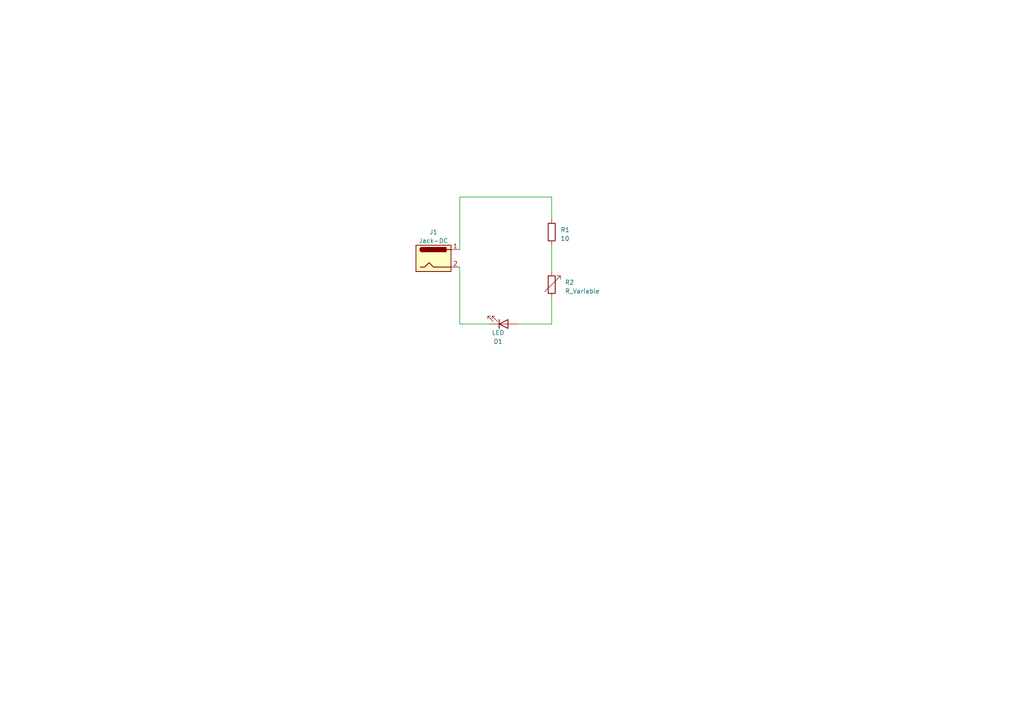
<source format=kicad_sch>
(kicad_sch (version 20230121) (generator eeschema)
  (paper "A4")
  (lib_symbols
    (symbol "Connector:Jack-DC" (pin_names (offset 1.016))
      (property "Reference" "J" (at 0 5.334 0))
      (property "Value" "Jack-DC" (at 0 -5.08 0))
      (symbol "Jack-DC_0_1"
        (rectangle (start -5.08 3.81) (end 5.08 -3.81) (stroke (width 0.254)) (fill (type background)))
        (arc (start -3.302 3.175) (mid -3.9343 2.54) (end -3.302 1.905) (stroke (width 0.254)))
        (arc (start -3.302 3.175) (mid -3.9343 2.54) (end -3.302 1.905) (stroke (width 0.254)) (fill (type outline)))
        (polyline (pts (xy 5.08 2.54) (xy 3.81 2.54)) (stroke (width 0.254)))
        (polyline (pts (xy -3.81 -2.54) (xy -2.54 -2.54) (xy -1.27 -1.27) (xy 0 -2.54) (xy 2.54 -2.54) (xy 5.08 -2.54)) (stroke (width 0.254)))
        (rectangle (start 3.683 3.175) (end -3.302 1.905) (stroke (width 0.254)) (fill (type outline)))
      )
      (symbol "Jack-DC_1_1"
        (pin passive line (at 7.62 2.54 180) (length 2.54) (name "~") (number "1"))
        (pin passive line (at 7.62 -2.54 180) (length 2.54) (name "~") (number "2"))
      )
    )
    (symbol "Device:LED" (pin_numbers hide) (pin_names (offset 1.016) hide)
      (property "Reference" "D" (at 0 2.54 0))
      (property "Value" "LED" (at 0 -2.54 0))
      (symbol "LED_0_1"
        (polyline (pts (xy -1.27 -1.27) (xy -1.27 1.27)) (stroke (width 0.254)))
        (polyline (pts (xy -1.27 0) (xy 1.27 0)))
        (polyline (pts (xy 1.27 -1.27) (xy 1.27 1.27) (xy -1.27 0) (xy 1.27 -1.27)) (stroke (width 0.254)))
        (polyline (pts (xy -3.048 -0.762) (xy -4.572 -2.286) (xy -3.81 -2.286) (xy -4.572 -2.286) (xy -4.572 -1.524)))
        (polyline (pts (xy -1.778 -0.762) (xy -3.302 -2.286) (xy -2.54 -2.286) (xy -3.302 -2.286) (xy -3.302 -1.524)))
      )
      (symbol "LED_1_1"
        (pin passive line (at -3.81 0 0) (length 2.54) (name "K") (number "1"))
        (pin passive line (at 3.81 0 180) (length 2.54) (name "A") (number "2"))
      )
    )
    (symbol "Device:R" (pin_numbers hide) (pin_names (offset 0))
      (property "Reference" "R" (at 2.032 0 90))
      (property "Value" "R" (at 0 0 90))
      (symbol "R_0_1"
        (rectangle (start -1.016 -2.54) (end 1.016 2.54) (stroke (width 0.254)))
      )
      (symbol "R_1_1"
        (pin passive line (at 0 3.81 270) (length 1.27) (name "~") (number "1"))
        (pin passive line (at 0 -3.81 90) (length 1.27) (name "~") (number "2"))
      )
    )
    (symbol "Device:R_Variable" (pin_numbers hide) (pin_names (offset 0))
      (property "Reference" "R" (at 2.54 -2.54 90))
      (property "Value" "R_Variable" (at -2.54 -1.27 90))
      (symbol "R_Variable_0_1"
        (rectangle (start -1.016 -2.54) (end 1.016 2.54) (stroke (width 0.254)))
        (polyline (pts (xy 2.54 1.524) (xy 2.54 2.54) (xy 1.524 2.54) (xy 2.54 2.54) (xy -2.032 -2.032)))
      )
      (symbol "R_Variable_1_1"
        (pin passive line (at 0 3.81 270) (length 1.27) (name "~") (number "1"))
        (pin passive line (at 0 -3.81 90) (length 1.27) (name "~") (number "2"))
      )
    )
  )
  (wire (pts (xy 133.35 72.39) (xy 133.35 57.15)))
  (wire (pts (xy 133.35 77.47) (xy 133.35 93.98)))
  (wire (pts (xy 160.02 93.98) (xy 149.86 93.98)))
  (wire (pts (xy 160.02 71.12) (xy 160.02 78.74)))
  (wire (pts (xy 133.35 57.15) (xy 160.02 57.15)))
  (wire (pts (xy 160.02 86.36) (xy 160.02 93.98)))
  (wire (pts (xy 133.35 93.98) (xy 142.24 93.98)))
  (wire (pts (xy 160.02 57.15) (xy 160.02 63.5)))
  (symbol (lib_id "Device:R_Variable") (at 160.02 82.55 0) (unit 1)
    (property "Reference" "R2" (at 163.83 81.915 0) (effects (justify left)))
    (property "Value" "R_Variable" (at 163.83 84.455 0) (effects (justify left)))
    (property "Footprint" "VR:VR" (effects hide))
  )
  (symbol (lib_id "Device:R") (at 160.02 67.31 0) (unit 1)
    (property "Reference" "R1" (at 162.56 66.675 0) (effects (justify left)))
    (property "Value" "10" (at 162.56 69.215 0) (effects (justify left)))
    (property "Footprint" "Resistor_SMD:R_2512_6332Metric" (effects hide))
  )
  (symbol (lib_id "Connector:Jack-DC") (at 125.73 74.93 0) (unit 1)
    (property "Reference" "J1" (at 125.73 67.31 0))
    (property "Value" "Jack-DC" (at 125.73 69.85 0))
    (property "Footprint" "DCJack:DCJack" (effects hide))
  )
  (symbol (lib_id "Device:LED") (at 146.05 93.98 0) (mirror x) (unit 1)
    (property "Reference" "D1" (at 144.4625 99.06 0))
    (property "Value" "LED" (at 144.4625 96.52 0))
    (property "Footprint" "LED_THT:LED_D5.0mm" (effects hide))
  )
)
</source>
